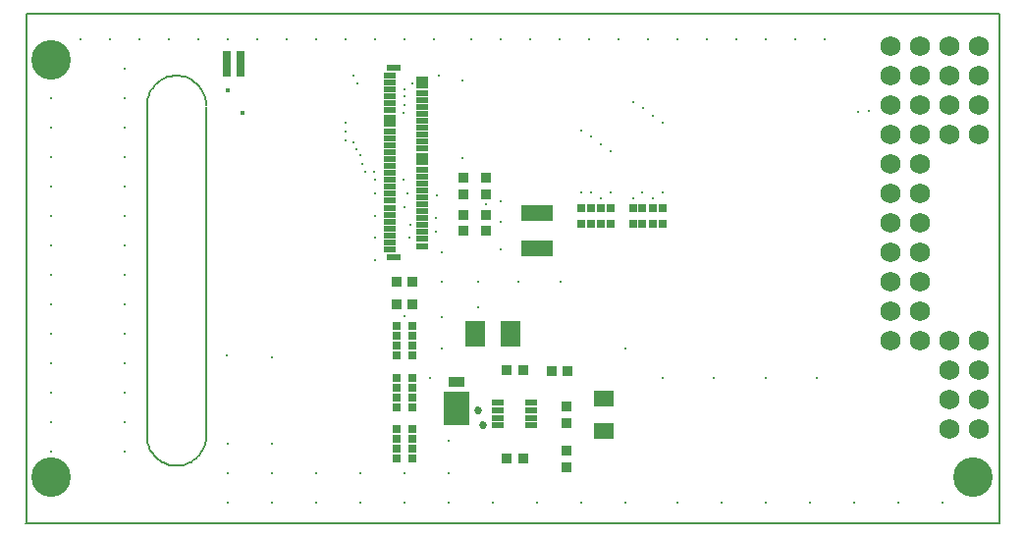
<source format=gbr>
%FSTAX23Y23*%
%MOIN*%
%SFA1B1*%

%IPPOS*%
%ADD17C,0.005000*%
%ADD40C,0.068000*%
%ADD41C,0.134000*%
%ADD42C,0.008000*%
%ADD43C,0.027000*%
%ADD44C,0.017000*%
%ADD45R,0.038000X0.038000*%
%ADD46R,0.028000X0.028000*%
%ADD47R,0.067000X0.087000*%
%ADD48R,0.067000X0.087000*%
%ADD49R,0.039000X0.020000*%
%ADD50R,0.028000X0.088000*%
%ADD51R,0.047000X0.024000*%
%ADD52R,0.058000X0.038000*%
%ADD53R,0.087000X0.113000*%
%ADD54R,0.068000X0.058000*%
%ADD55R,0.108000X0.058000*%
%LNmb542b-1*%
%LPD*%
G54D17*
X-02525Y-01325D02*
D01*
X-02524Y-01331*
X-02524Y-01338*
X-02522Y-01345*
X-02521Y-01352*
X-02518Y-01359*
X-02516Y-01365*
X-02513Y-01371*
X-02509Y-01377*
X-02505Y-01383*
X-02501Y-01389*
X-02496Y-01394*
X-02491Y-01399*
X-02486Y-01403*
X-0248Y-01407*
X-02475Y-01411*
X-02468Y-01414*
X-02462Y-01417*
X-02455Y-0142*
X-02449Y-01422*
X-02442Y-01423*
X-02435Y-01424*
X-02428Y-01424*
X-02421*
X-02414Y-01424*
X-02407Y-01423*
X-024Y-01422*
X-02394Y-0142*
X-02387Y-01417*
X-02381Y-01414*
X-02374Y-01411*
X-02369Y-01407*
X-02363Y-01403*
X-02358Y-01399*
X-02353Y-01394*
X-02348Y-01389*
X-02344Y-01383*
X-0234Y-01377*
X-02336Y-01371*
X-02333Y-01365*
X-02331Y-01359*
X-02328Y-01352*
X-02327Y-01345*
X-02325Y-01338*
X-02325Y-01331*
X-02325Y-01325*
Y-002D02*
D01*
X-02325Y-00193*
X-02325Y-00186*
X-02327Y-00179*
X-02328Y-00172*
X-02331Y-00165*
X-02333Y-00159*
X-02336Y-00153*
X-0234Y-00147*
X-02344Y-00141*
X-02348Y-00135*
X-02353Y-0013*
X-02358Y-00125*
X-02363Y-00121*
X-02369Y-00117*
X-02375Y-00113*
X-02381Y-0011*
X-02387Y-00107*
X-02394Y-00104*
X-024Y-00102*
X-02407Y-00101*
X-02414Y-001*
X-02421Y-001*
X-02428*
X-02435Y-001*
X-02442Y-00101*
X-02449Y-00102*
X-02455Y-00104*
X-02462Y-00107*
X-02468Y-0011*
X-02475Y-00113*
X-0248Y-00117*
X-02486Y-00121*
X-02491Y-00125*
X-02496Y-0013*
X-02501Y-00135*
X-02505Y-00141*
X-02509Y-00147*
X-02513Y-00153*
X-02516Y-00159*
X-02518Y-00165*
X-02521Y-00172*
X-02522Y-00179*
X-02524Y-00186*
X-02524Y-00193*
X-02525Y-002*
X-02938Y-0162D02*
X0037D01*
X-02935D02*
Y0011D01*
X-02325Y-01325D02*
Y-00205D01*
X-02525Y-01325D02*
Y-002D01*
X0037Y-0162D02*
Y00112D01*
Y-0162D03*
X-02935Y0011D02*
X0037Y00112D01*
G54D40*
X0Y-002D03*
Y-003D03*
Y-004D03*
Y-005D03*
Y-006D03*
Y-007D03*
Y-008D03*
Y-009D03*
Y-01D03*
X001Y-002D03*
Y-003D03*
Y-004D03*
Y-005D03*
Y-006D03*
Y-007D03*
Y-008D03*
Y-009D03*
Y-01D03*
X0Y-001D03*
X001Y0D03*
Y-001D03*
X0Y0D03*
X003Y-013D03*
X002D03*
X003Y-012D03*
X002D03*
X003Y-011D03*
X002D03*
X003Y-01D03*
X002D03*
X003Y-003D03*
X002D03*
X003Y-002D03*
X002D03*
X003Y-001D03*
X002D03*
X003Y0D03*
X002D03*
G54D41*
X-02849Y-00045D03*
Y-01463D03*
D03*
X00281D03*
G54D42*
X-021Y-01055D03*
X-02255Y-0105D03*
X-015Y-0134D03*
X-01325Y-0069D03*
Y-00595D03*
X-0164Y-005D03*
X-01452Y-0038D03*
X-01655Y-00225D03*
X-0165Y-002D03*
X-01542Y-00584D03*
X-0154Y-00505D03*
X-01535Y-001D03*
X-01825D03*
X-0181Y-00125D03*
X-01625D03*
X-0165Y-00145D03*
Y-0017D03*
Y-00545D03*
X-01545Y-0063D03*
X-0185Y-0026D03*
Y-0029D03*
Y-0032D03*
X-01825Y-00325D03*
X-01815Y-0035D03*
X-018Y-0037D03*
X-01795Y-004D03*
X-01785Y-00425D03*
X-01755D03*
X-01751Y-00451D03*
X-01325Y-00525D03*
X-01525Y-01025D03*
X-0275Y00025D03*
X-0265D03*
X-01525Y-0092D03*
X-01565Y-01125D03*
X-026Y-00175D03*
Y-00276D03*
Y-00376D03*
Y-01075D03*
Y-01175D03*
Y-01276D03*
Y-01376D03*
X-0285Y-00175D03*
Y-00276D03*
Y-00376D03*
Y-01075D03*
Y-01175D03*
Y-01276D03*
Y-01375D03*
X-0155Y00025D03*
X-0165D03*
X-0175D03*
X-0185D03*
X-0195D03*
X-0205D03*
X-0215D03*
X-0225D03*
X-0235D03*
X-0245D03*
X-0255D03*
X-00225D03*
X-00325D03*
X-00425D03*
X-00525D03*
X-00625D03*
X-00725D03*
X-00825D03*
X-00925D03*
X-01025D03*
X-01125D03*
X-01225D03*
X-01325D03*
X-01425D03*
X-0225Y-0155D03*
Y-0145D03*
Y-0135D03*
X-0285Y-00975D03*
Y-00875D03*
Y-00775D03*
Y-00675D03*
Y-00575D03*
Y-00475D03*
Y-00375D03*
Y-00275D03*
Y-00175D03*
X-0195Y-0145D03*
Y-0155D03*
X-018Y-0145D03*
Y-0155D03*
X-0135D03*
X-012D03*
X-0105D03*
X-009D03*
X-00725D03*
X-00125D03*
X-00575D03*
X-00425D03*
X-00275D03*
X00025D03*
X00175D03*
X-00775Y-01125D03*
X-0025D03*
X-00425D03*
X-006D03*
X-009Y-01025D03*
X-021Y-0155D03*
Y-0145D03*
Y-0135D03*
X-026Y-00975D03*
Y-00875D03*
Y-00775D03*
Y-00675D03*
Y-00575D03*
Y-00475D03*
Y-00375D03*
Y-00275D03*
Y-00175D03*
Y-00075D03*
X-015Y-0155D03*
Y-0145D03*
X-0165Y-0155D03*
Y-0145D03*
X-0112Y-008D03*
X-01265D03*
X-01525Y-007D03*
X-014Y-008D03*
Y-00885D03*
X-01525Y-008D03*
X-01635Y-0065D03*
X-0163Y-00607D03*
X-0175Y-00725D03*
X-01749Y-0065D03*
X-0175Y-00575D03*
X-01749Y-005D03*
X-0105Y-00495D03*
X-01017Y-00497D03*
X-00983Y-00517D03*
X-0095Y-00495D03*
X-00875Y-00515D03*
X-00842Y-00497D03*
X-00808Y-00517D03*
X-00775Y-00495D03*
X-0105Y-00285D03*
X-01017Y-00307D03*
X-00983Y-00332D03*
X-0095Y-00355D03*
X-01455Y-00115D03*
X-00073Y-0022D03*
X-0011Y-00223D03*
X-00875Y-0019D03*
X-0084Y-0021D03*
X-00808Y-00237D03*
X-00775Y-0026D03*
X-01653Y-00453D03*
X-01375Y-00535D03*
X-0165Y-00915D03*
G54D43*
X-014Y-01235D03*
X-01385Y-01285D03*
G54D44*
X-0225Y-0015D03*
X-022Y-00225D03*
G54D45*
X-01622Y-00875D03*
X-01678D03*
X-01303Y-011D03*
X-01247D03*
X-01375Y-00447D03*
Y-00502D03*
X-0145Y-00447D03*
Y-00502D03*
X-01375Y-00572D03*
Y-00627D03*
X-0145Y-00572D03*
Y-00627D03*
X-011Y-01278D03*
Y-01222D03*
Y-01372D03*
Y-01428D03*
X-01303Y-014D03*
X-01247D03*
X-01151Y-01102D03*
X-01096D03*
X-01678Y-008D03*
X-01622D03*
G54D46*
X-0095Y-00603D03*
X-0105D03*
X-00983D03*
X-0095Y-00548D03*
X-0105D03*
X-01017Y-00603D03*
X-00983Y-00548D03*
X-01017D03*
X-00775Y-00603D03*
X-00875D03*
X-00808D03*
X-00775Y-00548D03*
X-00875D03*
X-00842Y-00603D03*
X-00808Y-00548D03*
X-00842D03*
X-01678Y-01017D03*
Y-00983D03*
X-01622Y-01017D03*
X-01678Y-0105D03*
Y-0095D03*
X-01622Y-00983D03*
Y-0105D03*
Y-0095D03*
X-01678Y-01192D03*
Y-01158D03*
X-01622Y-01192D03*
X-01678Y-01225D03*
Y-01125D03*
X-01622Y-01158D03*
Y-01225D03*
Y-01125D03*
Y-013D03*
Y-014D03*
Y-01333D03*
X-01678Y-013D03*
Y-014D03*
X-01622Y-01367D03*
X-01678Y-01333D03*
Y-01367D03*
G54D47*
X-0141Y-00975D03*
G54D48*
X-0129Y-00975D03*
G54D49*
X-0159Y-00229D03*
Y-00252D03*
Y-00276D03*
Y-003D03*
Y-00323D03*
Y-00347D03*
Y-00371D03*
Y-00394D03*
Y-00418D03*
Y-00134D03*
Y-00111D03*
X-017Y-00241D03*
Y-00264D03*
Y-00288D03*
Y-00312D03*
Y-00335D03*
Y-00359D03*
Y-00382D03*
Y-00406D03*
Y-0043D03*
Y-00123D03*
X-0159Y-0063D03*
X-017Y-00548D03*
X-0159Y-00536D03*
X-017Y-00217D03*
X-0159Y-00205D03*
X-017Y-00193D03*
X-0159Y-00182D03*
X-017Y-0017D03*
X-0159Y-00158D03*
X-017Y-00146D03*
Y-00099D03*
Y-00453D03*
Y-00477D03*
Y-005D03*
Y-00524D03*
X-0159Y-00441D03*
Y-00465D03*
Y-00489D03*
Y-00512D03*
Y-0056D03*
X-017Y-00571D03*
X-0159Y-00583D03*
X-017Y-00595D03*
X-0159Y-00607D03*
X-017Y-00619D03*
Y-00642D03*
X-0159Y-00654D03*
X-017Y-00666D03*
X-0159Y-00678D03*
X-017Y-00689D03*
X-01332Y-01209D03*
Y-01235D03*
Y-01261D03*
Y-01286D03*
X-01221D03*
Y-01235D03*
Y-01261D03*
Y-01209D03*
G54D50*
X-02206Y-00059D03*
X-02253D03*
G54D51*
X-01688Y-00717D03*
Y-00071D03*
G54D52*
X-01475Y-01138D03*
G54D53*
X-01475Y-0123D03*
G54D54*
X-00975Y-01305D03*
Y-01195D03*
G54D55*
X-012Y-00685D03*
Y-00565D03*
M02*
</source>
